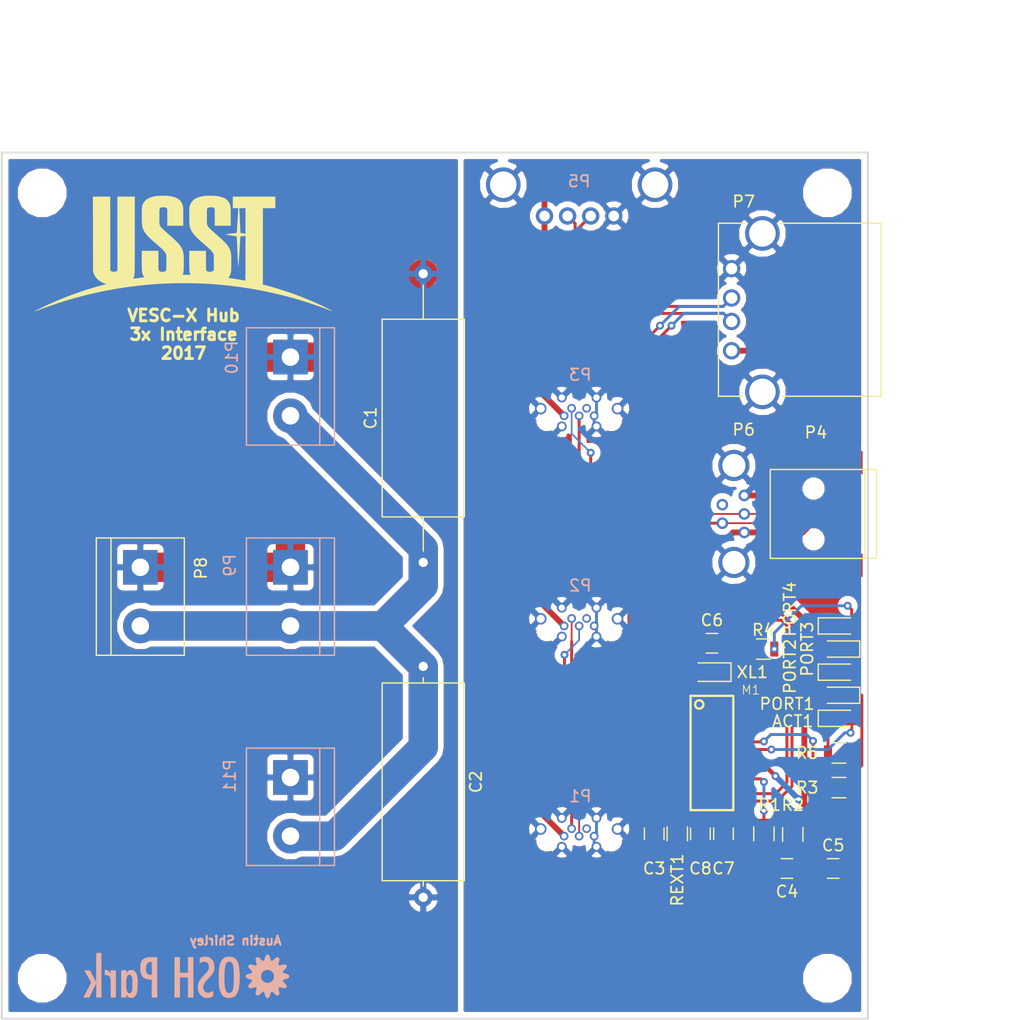
<source format=kicad_pcb>
(kicad_pcb (version 4) (host pcbnew 4.0.4-stable)
  (layers (0 F.Cu signal) (31 B.Cu signal) (34 B.Paste user) (35 F.Paste user) (36 B.SilkS user) (37 F.SilkS user) (38 B.Mask user) (39 F.Mask user) (44 Edge.Cuts user))
  (net 0 "")
  (net 1 "Net-(ACT1-Pad2)")
  (net 2 "Net-(ACT1-Pad1)")
  (net 3 +24V)
  (net 4 GND)
  (net 5 "Net-(C3-Pad1)")
  (net 6 GNDD)
  (net 7 +5V)
  (net 8 VDD)
  (net 9 "Net-(M1-Pad23)")
  (net 10 "Net-(M1-Pad24)")
  (net 11 "Net-(M1-Pad18)")
  (net 12 "Net-(M1-Pad3)")
  (net 13 "Net-(M1-Pad2)")
  (net 14 "Net-(M1-Pad14)")
  (net 15 "Net-(PORT1-Pad1)")
  (net 16 "Net-(PORT3-Pad1)")
  (net 17 /USB2_N)
  (net 18 /USB3_P)
  (net 19 /USB2_P)
  (net 20 /USB1_N)
  (net 21 /USB3_N)
  (net 22 /USB4_P)
  (net 23 /USB4_N)
  (net 24 /USB1_P)
  (net 25 /USBUP_P)
  (net 26 /USBUP_N)
  (module LEDs:LED_0805 (layer F.Cu) (at 122.5 99)
    (fp_text reference ACT1 (at -4 0.25) (layer F.SilkS))
    (fp_text value ~)
    (pad 2 smd rect (at 1.1 0 180) (size 1.2 1.2) (layers F.Cu F.Paste F.Mask) (net 1 "Net-(ACT1-Pad2)"))
    (pad 1 smd rect (at -1.1 0 180) (size 1.2 1.2) (layers F.Cu F.Paste F.Mask) (net 2 "Net-(ACT1-Pad1)"))
  )
  (module Capacitors_SMD:C_0805 (layer F.Cu) (at 106.5 109 270)
    (fp_text reference C3 (at 3 0 360) (layer F.SilkS))
    (fp_text value 10uF)
    (pad 1 smd rect (at -1 0 270) (size 1 1.25) (layers F.Cu F.Paste F.Mask) (net 5 "Net-(C3-Pad1)"))
    (pad 2 smd rect (at 1 0 270) (size 1 1.25) (layers F.Cu F.Paste F.Mask) (net 6 GNDD))
  )
  (module Capacitors_SMD:C_0805 (layer F.Cu) (at 118 112 180)
    (fp_text reference C4 (at 0 -2 180) (layer F.SilkS))
    (fp_text value 10uF)
    (pad 1 smd rect (at -1 0 180) (size 1 1.25) (layers F.Cu F.Paste F.Mask) (net 7 +5V))
    (pad 2 smd rect (at 1 0 180) (size 1 1.25) (layers F.Cu F.Paste F.Mask) (net 6 GNDD))
  )
  (module Capacitors_SMD:C_0805 (layer F.Cu) (at 122 112)
    (fp_text reference C5 (at 0 -2) (layer F.SilkS))
    (fp_text value 0.1uF)
    (pad 1 smd rect (at -1 0) (size 1 1.25) (layers F.Cu F.Paste F.Mask) (net 7 +5V))
    (pad 2 smd rect (at 1 0) (size 1 1.25) (layers F.Cu F.Paste F.Mask) (net 6 GNDD))
  )
  (module Capacitors_SMD:C_0805 (layer F.Cu) (at 111.5 92.5 180)
    (fp_text reference C6 (at 0 2 180) (layer F.SilkS))
    (fp_text value 0.1uF)
    (pad 1 smd rect (at -1 0 180) (size 1 1.25) (layers F.Cu F.Paste F.Mask) (net 5 "Net-(C3-Pad1)"))
    (pad 2 smd rect (at 1 0 180) (size 1 1.25) (layers F.Cu F.Paste F.Mask) (net 6 GNDD))
  )
  (module Capacitors_SMD:C_0805 (layer F.Cu) (at 112.5 109 270)
    (fp_text reference C7 (at 3 0 360) (layer F.SilkS))
    (fp_text value 10uF)
    (pad 1 smd rect (at -1 0 270) (size 1 1.25) (layers F.Cu F.Paste F.Mask) (net 8 VDD))
    (pad 2 smd rect (at 1 0 270) (size 1 1.25) (layers F.Cu F.Paste F.Mask) (net 6 GNDD))
  )
  (module Capacitors_SMD:C_0805 (layer F.Cu) (at 110.5 109 270)
    (fp_text reference C8 (at 3 0 360) (layer F.SilkS))
    (fp_text value 0.1uF)
    (pad 1 smd rect (at -1 0 270) (size 1 1.25) (layers F.Cu F.Paste F.Mask) (net 8 VDD))
    (pad 2 smd rect (at 1 0 270) (size 1 1.25) (layers F.Cu F.Paste F.Mask) (net 6 GNDD))
  )
  (module USST-footprints:FE1.1S_SSOP-28 (layer F.Cu) (at 111.5 102 270)
    (fp_text reference M1 (at -5 -2.5 540) (layer F.SilkS) (effects (font (size 0.77216 0.77216) (thickness 0.077216)) (justify left bottom)))
    (fp_text value FE1.1S hide)
    (pad 21 smd rect (at 0.32 -2.7 270) (size 0.35 1.5) (layers F.Cu F.Paste F.Mask) (net 8 VDD))
    (pad 8 smd rect (at 0.32 2.7 270) (size 0.35 1.5) (layers F.Cu F.Paste F.Mask) (net 21 /USB3_N))
    (pad 22 smd rect (at -0.3 -2.7 270) (size 0.35 1.5) (layers F.Cu F.Paste F.Mask) (net 1 "Net-(ACT1-Pad2)"))
    (pad 7 smd rect (at -0.32 2.7 270) (size 0.35 1.5) (layers F.Cu F.Paste F.Mask) (net 19 /USB2_P))
    (pad 9 smd rect (at 0.96 2.7 270) (size 0.35 1.5) (layers F.Cu F.Paste F.Mask) (net 18 /USB3_P))
    (pad 20 smd rect (at 0.96 -2.7 270) (size 0.35 1.5) (layers F.Cu F.Paste F.Mask) (net 7 +5V))
    (pad 19 smd rect (at 1.6 -2.7 270) (size 0.35 1.5) (layers F.Cu F.Paste F.Mask) (net 8 VDD))
    (pad 10 smd rect (at 1.6 2.7 270) (size 0.35 1.5) (layers F.Cu F.Paste F.Mask) (net 23 /USB4_N))
    (pad 6 smd rect (at -0.96 2.7 270) (size 0.35 1.5) (layers F.Cu F.Paste F.Mask) (net 17 /USB2_N))
    (pad 5 smd rect (at -1.6 2.7 270) (size 0.35 1.5) (layers F.Cu F.Paste F.Mask) (net 24 /USB1_P))
    (pad 23 smd rect (at -0.96 -2.7 270) (size 0.35 1.5) (layers F.Cu F.Paste F.Mask) (net 9 "Net-(M1-Pad23)"))
    (pad 24 smd rect (at -1.6 -2.7 270) (size 0.35 1.5) (layers F.Cu F.Paste F.Mask) (net 10 "Net-(M1-Pad24)"))
    (pad 18 smd rect (at 2.24 -2.7 270) (size 0.35 1.5) (layers F.Cu F.Paste F.Mask) (net 11 "Net-(M1-Pad18)"))
    (pad 25 smd rect (at -2.24 -2.7 270) (size 0.35 1.5) (layers F.Cu F.Paste F.Mask))
    (pad 4 smd rect (at -2.24 2.7 270) (size 0.35 1.5) (layers F.Cu F.Paste F.Mask) (net 20 /USB1_N))
    (pad 11 smd rect (at 2.24 2.7 270) (size 0.35 1.5) (layers F.Cu F.Paste F.Mask) (net 22 /USB4_P))
    (pad 17 smd rect (at 2.88 -2.7 270) (size 0.35 1.5) (layers F.Cu F.Paste F.Mask) (net 8 VDD))
    (pad 12 smd rect (at 2.88 2.7 270) (size 0.35 1.5) (layers F.Cu F.Paste F.Mask) (net 5 "Net-(C3-Pad1)"))
    (pad 3 smd rect (at -2.88 2.7 270) (size 0.35 1.5) (layers F.Cu F.Paste F.Mask) (net 12 "Net-(M1-Pad3)"))
    (pad 26 smd rect (at -2.88 -2.7 270) (size 0.35 1.5) (layers F.Cu F.Paste F.Mask) (net 8 VDD))
    (pad 27 smd rect (at -3.52 -2.7 270) (size 0.35 1.5) (layers F.Cu F.Paste F.Mask))
    (pad 2 smd rect (at -3.52 2.7 270) (size 0.35 1.5) (layers F.Cu F.Paste F.Mask) (net 13 "Net-(M1-Pad2)"))
    (pad 13 smd rect (at 3.52 2.7 270) (size 0.35 1.5) (layers F.Cu F.Paste F.Mask) (net 8 VDD))
    (pad 16 smd rect (at 3.52 -2.7 270) (size 0.35 1.5) (layers F.Cu F.Paste F.Mask) (net 25 /USBUP_P))
    (pad 15 smd rect (at 4.16 -2.7 270) (size 0.35 1.5) (layers F.Cu F.Paste F.Mask) (net 26 /USBUP_N))
    (pad 14 smd rect (at 4.16 2.7 270) (size 0.35 1.5) (layers F.Cu F.Paste F.Mask) (net 14 "Net-(M1-Pad14)"))
    (pad 1 smd rect (at -4.16 2.7 270) (size 0.35 1.5) (layers F.Cu F.Paste F.Mask) (net 6 GNDD))
    (pad 28 smd rect (at -4.16 -2.7 270) (size 0.35 1.5) (layers F.Cu F.Paste F.Mask) (net 5 "Net-(C3-Pad1)"))
  )
  (module Connect:bornier2 (layer F.Cu) (at 62 85.92 270)
    (fp_text reference P8 (at 0.08 -5.25 270) (layer F.SilkS))
    (fp_text value POWER_IN)
    (pad 1 thru_hole rect (at 0 0 270) (size 3 3) (drill 1.52) (layers *.Cu *.Mask) (net 4 GND))
    (pad 2 thru_hole circle (at 5.08 0 270) (size 3 3) (drill 1.52) (layers *.Cu *.Mask) (net 3 +24V))
  )
  (module Connect:bornier2 (layer B.Cu) (at 75 85.92 270)
    (fp_text reference P9 (at -0.17 5.25 270) (layer B.SilkS) (effects (justify mirror)))
    (fp_text value M1)
    (pad 1 thru_hole rect (at 0 0 270) (size 3 3) (drill 1.52) (layers *.Cu *.Mask) (net 4 GND))
    (pad 2 thru_hole circle (at 5.08 0 270) (size 3 3) (drill 1.52) (layers *.Cu *.Mask) (net 3 +24V))
  )
  (module Connect:bornier2 (layer B.Cu) (at 75 67.72 270)
    (fp_text reference P10 (at 0.03 5.08 270) (layer B.SilkS) (effects (justify mirror)))
    (fp_text value M2)
    (pad 1 thru_hole rect (at 0 0 270) (size 3 3) (drill 1.52) (layers *.Cu *.Mask) (net 4 GND))
    (pad 2 thru_hole circle (at 5.08 0 270) (size 3 3) (drill 1.52) (layers *.Cu *.Mask) (net 3 +24V))
  )
  (module Connect:bornier2 (layer B.Cu) (at 75 104.12 270)
    (fp_text reference P11 (at -0.12 5.25 270) (layer B.SilkS) (effects (justify mirror)))
    (fp_text value M3)
    (pad 1 thru_hole rect (at 0 0 270) (size 3 3) (drill 1.52) (layers *.Cu *.Mask) (net 4 GND))
    (pad 2 thru_hole circle (at 5.08 0 270) (size 3 3) (drill 1.52) (layers *.Cu *.Mask) (net 3 +24V))
  )
  (module LEDs:LED_0805 (layer F.Cu) (at 122.5 97 180)
    (fp_text reference PORT1 (at 4.5 -0.75 180) (layer F.SilkS))
    (fp_text value ~)
    (pad 2 smd rect (at 1.1 0) (size 1.2 1.2) (layers F.Cu F.Paste F.Mask) (net 1 "Net-(ACT1-Pad2)"))
    (pad 1 smd rect (at -1.1 0) (size 1.2 1.2) (layers F.Cu F.Paste F.Mask) (net 15 "Net-(PORT1-Pad1)"))
  )
  (module LEDs:LED_0805 (layer F.Cu) (at 122.5 95)
    (fp_text reference PORT2 (at -4.25 -0.5 90) (layer F.SilkS))
    (fp_text value ~)
    (pad 2 smd rect (at 1.1 0 180) (size 1.2 1.2) (layers F.Cu F.Paste F.Mask) (net 15 "Net-(PORT1-Pad1)"))
    (pad 1 smd rect (at -1.1 0 180) (size 1.2 1.2) (layers F.Cu F.Paste F.Mask) (net 1 "Net-(ACT1-Pad2)"))
  )
  (module LEDs:LED_0805 (layer F.Cu) (at 122.5 93 180)
    (fp_text reference PORT3 (at 2.75 0 270) (layer F.SilkS))
    (fp_text value ~)
    (pad 2 smd rect (at 1.1 0) (size 1.2 1.2) (layers F.Cu F.Paste F.Mask) (net 1 "Net-(ACT1-Pad2)"))
    (pad 1 smd rect (at -1.1 0) (size 1.2 1.2) (layers F.Cu F.Paste F.Mask) (net 16 "Net-(PORT3-Pad1)"))
  )
  (module LEDs:LED_0805 (layer F.Cu) (at 122.5 91)
    (fp_text reference PORT4 (at -4.25 -1.45 270) (layer F.SilkS))
    (fp_text value ~)
    (pad 2 smd rect (at 1.1 0 180) (size 1.2 1.2) (layers F.Cu F.Paste F.Mask) (net 16 "Net-(PORT3-Pad1)"))
    (pad 1 smd rect (at -1.1 0 180) (size 1.2 1.2) (layers F.Cu F.Paste F.Mask) (net 1 "Net-(ACT1-Pad2)"))
  )
  (module Resistors_SMD:R_0805 (layer F.Cu) (at 116 109 270)
    (fp_text reference R1 (at -2.5 -0.5 360) (layer F.SilkS))
    (fp_text value 100K)
    (pad 1 smd rect (at -0.95 0 270) (size 0.7 1.3) (layers F.Cu F.Paste F.Mask) (net 11 "Net-(M1-Pad18)"))
    (pad 2 smd rect (at 0.95 0 270) (size 0.7 1.3) (layers F.Cu F.Paste F.Mask) (net 6 GNDD))
  )
  (module Resistors_SMD:R_0805 (layer F.Cu) (at 118.5 109.05 90)
    (fp_text reference R2 (at 2.55 0 180) (layer F.SilkS))
    (fp_text value 47K)
    (pad 1 smd rect (at -0.95 0 90) (size 0.7 1.3) (layers F.Cu F.Paste F.Mask) (net 7 +5V))
    (pad 2 smd rect (at 0.95 0 90) (size 0.7 1.3) (layers F.Cu F.Paste F.Mask) (net 11 "Net-(M1-Pad18)"))
  )
  (module Resistors_SMD:R_0805 (layer F.Cu) (at 122.5 105)
    (fp_text reference R3 (at -2.75 0) (layer F.SilkS))
    (fp_text value 330)
    (pad 1 smd rect (at -0.95 0) (size 0.7 1.3) (layers F.Cu F.Paste F.Mask) (net 9 "Net-(M1-Pad23)"))
    (pad 2 smd rect (at 0.95 0) (size 0.7 1.3) (layers F.Cu F.Paste F.Mask) (net 15 "Net-(PORT1-Pad1)"))
  )
  (module Resistors_SMD:R_0805 (layer F.Cu) (at 115.95 93)
    (fp_text reference R4 (at 0 -1.65) (layer F.SilkS))
    (fp_text value 330)
    (pad 1 smd rect (at -0.95 0) (size 0.7 1.3) (layers F.Cu F.Paste F.Mask) (net 10 "Net-(M1-Pad24)"))
    (pad 2 smd rect (at 0.95 0) (size 0.7 1.3) (layers F.Cu F.Paste F.Mask) (net 16 "Net-(PORT3-Pad1)"))
  )
  (module Resistors_SMD:R_0805 (layer F.Cu) (at 122.5 102)
    (fp_text reference R5 (at -2.75 0) (layer F.SilkS))
    (fp_text value 330)
    (pad 1 smd rect (at -0.95 0) (size 0.7 1.3) (layers F.Cu F.Paste F.Mask) (net 2 "Net-(ACT1-Pad1)"))
    (pad 2 smd rect (at 0.95 0) (size 0.7 1.3) (layers F.Cu F.Paste F.Mask) (net 6 GNDD))
  )
  (module Resistors_SMD:R_0805 (layer F.Cu) (at 108.5 109 90)
    (fp_text reference REXT1 (at -4 0 270) (layer F.SilkS))
    (fp_text value 2.7K)
    (pad 1 smd rect (at -0.95 0 90) (size 0.7 1.3) (layers F.Cu F.Paste F.Mask) (net 6 GNDD))
    (pad 2 smd rect (at 0.95 0 90) (size 0.7 1.3) (layers F.Cu F.Paste F.Mask) (net 14 "Net-(M1-Pad14)"))
  )
  (module USST-footprints:USB3150_Micro_Vertical (layer B.Cu) (at 100 109.2)
    (fp_text reference P1 (at 0.095 -3.45) (layer B.SilkS) (effects (justify mirror)))
    (fp_text value USB_OTG_M1)
    (pad 3 thru_hole circle (at 0 0) (size 0.75 0.75) (drill 0.45) (layers *.Cu *.Mask) (net 22 /USB4_P))
    (pad 2 thru_hole circle (at -0.65 -0.65) (size 0.75 0.75) (drill 0.45) (layers *.Cu *.Mask) (net 23 /USB4_N))
    (pad 1 thru_hole circle (at -1.3 0) (size 0.75 0.75) (drill 0.45) (layers *.Cu *.Mask) (net 7 +5V))
    (pad 4 thru_hole circle (at 0.65 -0.65) (size 0.75 0.75) (drill 0.45) (layers *.Cu *.Mask))
    (pad 5 thru_hole circle (at 1.3 0) (size 0.75 0.75) (drill 0.45) (layers *.Cu *.Mask) (net 6 GNDD))
    (pad "" np_thru_hole circle (at 2.8 0.42) (size 0.8 0.8) (drill 0.8) (layers *.Cu *.Mask))
    (pad "" np_thru_hole circle (at -2.8 0.42) (size 0.8 0.8) (drill 0.8) (layers *.Cu *.Mask))
    (pad 6 thru_hole circle (at -1.5 -1.58) (size 0.85 0.85) (drill 0.55) (layers *.Cu *.Mask) (net 6 GNDD))
    (pad 6 thru_hole circle (at 1.5 -1.58) (size 0.85 0.85) (drill 0.55) (layers *.Cu *.Mask) (net 6 GNDD))
    (pad 6 thru_hole circle (at 1.5 0.92) (size 0.85 0.85) (drill 0.55) (layers *.Cu *.Mask) (net 6 GNDD))
    (pad 6 thru_hole circle (at -1.5 0.92) (size 0.85 0.85) (drill 0.55) (layers *.Cu *.Mask) (net 6 GNDD))
    (pad 6 thru_hole circle (at -3.325 -0.62) (size 1 1) (drill 0.7) (layers *.Cu *.Mask) (net 6 GNDD))
    (pad 6 thru_hole circle (at 3.325 -0.62) (size 1 1) (drill 0.7) (layers *.Cu *.Mask) (net 6 GNDD))
  )
  (module USST-footprints:USB3150_Micro_Vertical (layer B.Cu) (at 100 91)
    (fp_text reference P2 (at 0.095 -3.5) (layer B.SilkS) (effects (justify mirror)))
    (fp_text value USB_OTG_M2)
    (pad 3 thru_hole circle (at 0 0) (size 0.75 0.75) (drill 0.45) (layers *.Cu *.Mask) (net 18 /USB3_P))
    (pad 2 thru_hole circle (at -0.65 -0.65) (size 0.75 0.75) (drill 0.45) (layers *.Cu *.Mask) (net 21 /USB3_N))
    (pad 1 thru_hole circle (at -1.3 0) (size 0.75 0.75) (drill 0.45) (layers *.Cu *.Mask) (net 7 +5V))
    (pad 4 thru_hole circle (at 0.65 -0.65) (size 0.75 0.75) (drill 0.45) (layers *.Cu *.Mask))
    (pad 5 thru_hole circle (at 1.3 0) (size 0.75 0.75) (drill 0.45) (layers *.Cu *.Mask) (net 6 GNDD))
    (pad "" np_thru_hole circle (at 2.8 0.42) (size 0.8 0.8) (drill 0.8) (layers *.Cu *.Mask))
    (pad "" np_thru_hole circle (at -2.8 0.42) (size 0.8 0.8) (drill 0.8) (layers *.Cu *.Mask))
    (pad 6 thru_hole circle (at -1.5 -1.58) (size 0.85 0.85) (drill 0.55) (layers *.Cu *.Mask) (net 6 GNDD))
    (pad 6 thru_hole circle (at 1.5 -1.58) (size 0.85 0.85) (drill 0.55) (layers *.Cu *.Mask) (net 6 GNDD))
    (pad 6 thru_hole circle (at 1.5 0.92) (size 0.85 0.85) (drill 0.55) (layers *.Cu *.Mask) (net 6 GNDD))
    (pad 6 thru_hole circle (at -1.5 0.92) (size 0.85 0.85) (drill 0.55) (layers *.Cu *.Mask) (net 6 GNDD))
    (pad 6 thru_hole circle (at -3.325 -0.62) (size 1 1) (drill 0.7) (layers *.Cu *.Mask) (net 6 GNDD))
    (pad 6 thru_hole circle (at 3.325 -0.62) (size 1 1) (drill 0.7) (layers *.Cu *.Mask) (net 6 GNDD))
  )
  (module USST-footprints:USB3150_Micro_Vertical (layer B.Cu) (at 100 72.8)
    (fp_text reference P3 (at 0.095 -3.55) (layer B.SilkS) (effects (justify mirror)))
    (fp_text value USB_OTG_M3)
    (pad 3 thru_hole circle (at 0 0) (size 0.75 0.75) (drill 0.45) (layers *.Cu *.Mask) (net 19 /USB2_P))
    (pad 2 thru_hole circle (at -0.65 -0.65) (size 0.75 0.75) (drill 0.45) (layers *.Cu *.Mask) (net 17 /USB2_N))
    (pad 1 thru_hole circle (at -1.3 0) (size 0.75 0.75) (drill 0.45) (layers *.Cu *.Mask) (net 7 +5V))
    (pad 4 thru_hole circle (at 0.65 -0.65) (size 0.75 0.75) (drill 0.45) (layers *.Cu *.Mask))
    (pad 5 thru_hole circle (at 1.3 0) (size 0.75 0.75) (drill 0.45) (layers *.Cu *.Mask) (net 6 GNDD))
    (pad "" np_thru_hole circle (at 2.8 0.42) (size 0.8 0.8) (drill 0.8) (layers *.Cu *.Mask))
    (pad "" np_thru_hole circle (at -2.8 0.42) (size 0.8 0.8) (drill 0.8) (layers *.Cu *.Mask))
    (pad 6 thru_hole circle (at -1.5 -1.58) (size 0.85 0.85) (drill 0.55) (layers *.Cu *.Mask) (net 6 GNDD))
    (pad 6 thru_hole circle (at 1.5 -1.58) (size 0.85 0.85) (drill 0.55) (layers *.Cu *.Mask) (net 6 GNDD))
    (pad 6 thru_hole circle (at 1.5 0.92) (size 0.85 0.85) (drill 0.55) (layers *.Cu *.Mask) (net 6 GNDD))
    (pad 6 thru_hole circle (at -1.5 0.92) (size 0.85 0.85) (drill 0.55) (layers *.Cu *.Mask) (net 6 GNDD))
    (pad 6 thru_hole circle (at -3.325 -0.62) (size 1 1) (drill 0.7) (layers *.Cu *.Mask) (net 6 GNDD))
    (pad 6 thru_hole circle (at 3.325 -0.62) (size 1 1) (drill 0.7) (layers *.Cu *.Mask) (net 6 GNDD))
  )
  (module USST-footprints:WRCOM_USB_A_VERT (layer B.Cu) (at 100 55.5)
    (fp_text reference P5 (at 0 -3) (layer B.SilkS) (effects (justify mirror)))
    (fp_text value USB_DS)
    (pad 2 thru_hole circle (at -1 0) (size 1.5 1.5) (drill 0.92) (layers *.Cu *.Mask) (net 20 /USB1_N))
    (pad 3 thru_hole circle (at 1 0) (size 1.5 1.5) (drill 0.92) (layers *.Cu *.Mask) (net 24 /USB1_P))
    (pad 4 thru_hole circle (at 3 0) (size 1.5 1.5) (drill 0.92) (layers *.Cu *.Mask) (net 6 GNDD))
    (pad 1 thru_hole circle (at -3 0) (size 1.5 1.5) (drill 0.92) (layers *.Cu *.Mask) (net 7 +5V))
    (pad 5 thru_hole circle (at -6.57 -2.71) (size 3 3) (drill 2.3) (layers *.Cu *.Mask) (net 6 GNDD))
    (pad 5 thru_hole circle (at 6.57 -2.71) (size 3 3) (drill 2.3) (layers *.Cu *.Mask) (net 6 GNDD))
  )
  (module USST-footprints:WRCOM_MINI_USB_VERT (layer F.Cu) (at 114.3 81.3 90)
    (fp_text reference P6 (at 7.3 -0.05 180) (layer F.SilkS))
    (fp_text value USB_OTG_UP)
    (pad 3 thru_hole circle (at 0 0 90) (size 1 1) (drill 0.6) (layers *.Cu *.Mask) (net 25 /USBUP_P))
    (pad 5 thru_hole circle (at 1.6 0 90) (size 1 1) (drill 0.6) (layers *.Cu *.Mask) (net 6 GNDD))
    (pad 1 thru_hole circle (at -1.6 0 90) (size 1 1) (drill 0.6) (layers *.Cu *.Mask) (net 7 +5V))
    (pad 2 thru_hole circle (at -0.8 -1.9 90) (size 1 1) (drill 0.6) (layers *.Cu *.Mask) (net 26 /USBUP_N))
    (pad 4 thru_hole circle (at 0.8 -1.9 90) (size 1 1) (drill 0.6) (layers *.Cu *.Mask))
    (pad 6 thru_hole circle (at 4.2 -0.9 90) (size 2.7 2.7) (drill 2) (layers *.Cu *.Mask) (net 6 GNDD))
    (pad 6 thru_hole circle (at -4.2 -0.9 90) (size 2.7 2.7) (drill 2) (layers *.Cu *.Mask) (net 6 GNDD))
  )
  (module Connect:USB_A (layer F.Cu) (at 113.2 67.17 90)
    (fp_text reference P7 (at 12.92 1.05 180) (layer F.SilkS))
    (fp_text value USB_DS)
    (pad 4 thru_hole circle (at 7.11 0) (size 1.5 1.5) (drill 1) (layers *.Cu *.Mask) (net 6 GNDD))
    (pad 3 thru_hole circle (at 4.57 0) (size 1.5 1.5) (drill 1) (layers *.Cu *.Mask) (net 24 /USB1_P))
    (pad 2 thru_hole circle (at 2.54 0) (size 1.5 1.5) (drill 1) (layers *.Cu *.Mask) (net 20 /USB1_N))
    (pad 1 thru_hole circle (at 0 0) (size 1.5 1.5) (drill 1) (layers *.Cu *.Mask) (net 7 +5V))
    (pad 5 thru_hole circle (at 10.16 2.67) (size 3 3) (drill 2.3) (layers *.Cu *.Mask) (net 6 GNDD))
    (pad 5 thru_hole circle (at -3.56 2.67) (size 3 3) (drill 2.3) (layers *.Cu *.Mask) (net 6 GNDD))
  )
  (module Connect:USB_Mini-B (layer F.Cu) (at 120.5 81.3 180)
    (fp_text reference P4 (at 0 7.05 180) (layer F.SilkS))
    (fp_text value USB_OTG_UP)
    (pad 1 smd rect (at 2.8 -1.6 180) (size 2.3 0.5) (layers F.Cu F.Paste F.Mask) (net 7 +5V))
    (pad 2 smd rect (at 2.8 -0.8 180) (size 2.3 0.5) (layers F.Cu F.Paste F.Mask) (net 26 /USBUP_N))
    (pad 3 smd rect (at 2.8 0 180) (size 2.3 0.5) (layers F.Cu F.Paste F.Mask) (net 25 /USBUP_P))
    (pad 4 smd rect (at 2.8 0.8 180) (size 2.3 0.5) (layers F.Cu F.Paste F.Mask))
    (pad 5 smd rect (at 2.8 1.6 180) (size 2.3 0.5) (layers F.Cu F.Paste F.Mask) (net 6 GNDD))
    (pad 6 smd rect (at 2.7 -4.45 180) (size 2.5 2) (layers F.Cu F.Paste F.Mask) (net 6 GNDD))
    (pad 6 smd rect (at -2.8 -4.45 180) (size 2.5 2) (layers F.Cu F.Paste F.Mask) (net 6 GNDD))
    (pad 6 smd rect (at 2.7 4.45 180) (size 2.5 2) (layers F.Cu F.Paste F.Mask) (net 6 GNDD))
    (pad 6 smd rect (at -2.8 4.45 180) (size 2.5 2) (layers F.Cu F.Paste F.Mask) (net 6 GNDD))
    (pad "" np_thru_hole circle (at 0.2 -2.2 180) (size 0.9 0.9) (drill 0.9) (layers *.Cu *.Mask))
    (pad "" np_thru_hole circle (at 0.2 2.2 180) (size 0.9 0.9) (drill 0.9) (layers *.Cu *.Mask))
  )
  (module Capacitors_ThroughHole:C_Axial_L17.0mm_D7.0mm_P25.00mm_Horizontal (layer F.Cu) (at 86.5 85.5 90)
    (fp_text reference C1 (at 12.5 -4.56 90) (layer F.SilkS))
    (fp_text value 2000u)
    (pad 1 thru_hole circle (at 0 0 90) (size 1.6 1.6) (drill 0.8) (layers *.Cu *.Mask) (net 3 +24V))
    (pad 2 thru_hole oval (at 25 0 90) (size 1.6 1.6) (drill 0.8) (layers *.Cu *.Mask) (net 4 GND))
  )
  (module Capacitors_ThroughHole:C_Axial_L17.0mm_D7.0mm_P20.00mm_Horizontal (layer F.Cu) (at 86.5 94.5 270)
    (fp_text reference C2 (at 10 -4.56 270) (layer F.SilkS))
    (fp_text value 2000u)
    (pad 1 thru_hole circle (at 0 0 270) (size 1.6 1.6) (drill 0.8) (layers *.Cu *.Mask) (net 3 +24V))
    (pad 2 thru_hole oval (at 20 0 270) (size 1.6 1.6) (drill 0.8) (layers *.Cu *.Mask) (net 4 GND))
  )
  (module Crystals:Crystal_SMD_2012-2pin_2.0x1.2mm_HandSoldering (layer F.Cu) (at 111.5 95 180)
    (fp_text reference XL1 (at -3.5 0 180) (layer F.SilkS))
    (fp_text value 12MHz)
    (pad 1 smd rect (at -0.925 0 180) (size 1.05 1.1) (layers F.Cu F.Paste F.Mask) (net 12 "Net-(M1-Pad3)"))
    (pad 2 smd rect (at 0.925 0 180) (size 1.05 1.1) (layers F.Cu F.Paste F.Mask) (net 13 "Net-(M1-Pad2)"))
  )
  (module Mounting_Holes:MountingHole_3.2mm_M3 (layer F.Cu) (at 53.5 53.5)
    (fp_text reference REF** hide)
    (fp_text value MountingHole_3.2mm_M3)
    (pad 1 np_thru_hole circle (at 0 0) (size 3.2 3.2) (drill 3.2) (layers *.Cu *.Mask))
  )
  (module Mounting_Holes:MountingHole_3.2mm_M3 (layer F.Cu) (at 121.5 53.5)
    (fp_text reference REF** hide)
    (fp_text value MountingHole_3.2mm_M3)
    (pad 1 np_thru_hole circle (at 0 0) (size 3.2 3.2) (drill 3.2) (layers *.Cu *.Mask))
  )
  (module Mounting_Holes:MountingHole_3.2mm_M3 (layer F.Cu) (at 121.5 121.5)
    (fp_text reference REF** hide)
    (fp_text value MountingHole_3.2mm_M3)
    (pad 1 np_thru_hole circle (at 0 0) (size 3.2 3.2) (drill 3.2) (layers *.Cu *.Mask))
  )
  (module Mounting_Holes:MountingHole_3.2mm_M3 (layer F.Cu) (at 53.5 121.5)
    (fp_text reference REF** hide)
    (fp_text value MountingHole_3.2mm_M3)
    (pad 1 np_thru_hole circle (at 0 0) (size 3.2 3.2) (drill 3.2) (layers *.Cu *.Mask))
  )
  (module USST-footprints:USSTLOGO (layer F.Cu) (at 65.75 58.75)
    (fp_text reference G*** hide)
    (fp_text value LOGO hide)
  )
  (module USST-footprints:OSH_PARK_LOGO_SM (layer B.Cu) (at 66 121.5 180)
    (fp_text reference G*** hide)
    (fp_text value LOGO hide)
  )
  (gr_text "Austin Shirley" (at 70.25 118.25) (layer B.SilkS) (effects (font (size 0.762 0.762) (thickness 0.1905)) (justify mirror)))
  (gr_text "VESC-X Hub\n3x Interface\n2017" (at 65.75 65.75) (layer F.SilkS) (effects (font (size 1.016 1.016) (thickness 0.254))))
  (gr_line (start 50 125) (end 50 50) (layer Edge.Cuts) (width 0.15))
  (gr_line (start 125 125) (end 50 125) (layer Edge.Cuts) (width 0.15))
  (gr_line (start 125 50) (end 125 125) (layer Edge.Cuts) (width 0.15))
  (gr_line (start 50 50) (end 125 50) (layer Edge.Cuts) (width 0.15))
  (segment (start 123.6 99) (end 123.6 100.15) (width 0.254) (layer F.Cu) (net 1))
  (segment (start 123.6 100.15) (end 123.5 100.25) (width 0.254) (layer F.Cu) (net 1))
  (segment (start 121.55 101.7) (end 123 100.25) (width 0.254) (layer B.Cu) (net 1))
  (segment (start 123 100.25) (end 123.5 100.25) (width 0.254) (layer B.Cu) (net 1))
  (via (at 123.5 100.25) (size 0.6858) (drill 0.3302) (layers F.Cu B.Cu) (net 1))
  (segment (start 116.644398 101.7) (end 121.55 101.7) (width 0.254) (layer B.Cu) (net 1))
  (via (at 116.644398 101.7) (size 0.6858) (drill 0.3302) (layers F.Cu B.Cu) (net 1))
  (segment (start 121.4 97) (end 121.6 97) (width 0.254) (layer F.Cu) (net 1))
  (segment (start 121.6 97) (end 123.6 99) (width 0.254) (layer F.Cu) (net 1))
  (segment (start 121.4 95) (end 121.4 97) (width 0.254) (layer F.Cu) (net 1))
  (segment (start 114.2 101.7) (end 116.644398 101.7) (width 0.254) (layer F.Cu) (net 1))
  (segment (start 121.4 95) (end 121.6 95) (width 0.254) (layer F.Cu) (net 1))
  (segment (start 121.4 93) (end 121.4 95) (width 0.254) (layer F.Cu) (net 1))
  (segment (start 121.4 91) (end 121.4 93) (width 0.254) (layer F.Cu) (net 1))
  (segment (start 121.4 100.4) (end 121.55 100.55) (width 0.254) (layer F.Cu) (net 2))
  (segment (start 121.55 100.55) (end 121.55 102) (width 0.254) (layer F.Cu) (net 2))
  (segment (start 121.4 99) (end 121.4 100.4) (width 0.254) (layer F.Cu) (net 2))
  (segment (start 86.5 94.5) (end 86.5 101.5) (width 2.54) (layer F.Cu) (net 3))
  (segment (start 86.5 101.5) (end 78.8 109.2) (width 2.54) (layer F.Cu) (net 3))
  (segment (start 78.8 109.2) (end 75 109.2) (width 2.54) (layer F.Cu) (net 3))
  (segment (start 75 91) (end 62 91) (width 2.54) (layer F.Cu) (net 3))
  (segment (start 86.5 85.5) (end 86.5 84.3) (width 2.54) (layer F.Cu) (net 3))
  (segment (start 86.5 84.3) (end 75 72.8) (width 2.54) (layer F.Cu) (net 3))
  (segment (start 86.5 101.5) (end 86.5 94.5) (width 2.54) (layer B.Cu) (net 3))
  (segment (start 78.8 109.2) (end 86.5 101.5) (width 2.54) (layer B.Cu) (net 3))
  (segment (start 75 109.2) (end 78.8 109.2) (width 2.54) (layer B.Cu) (net 3))
  (segment (start 86.5 84.3) (end 75 72.8) (width 2.54) (layer B.Cu) (net 3))
  (segment (start 86.5 85.5) (end 86.5 84.3) (width 2.54) (layer B.Cu) (net 3))
  (segment (start 75 91) (end 82.999364 91) (width 2.54) (layer B.Cu) (net 3))
  (segment (start 82.999364 91) (end 86.5 87.499364) (width 2.54) (layer B.Cu) (net 3))
  (segment (start 86.5 87.499364) (end 86.5 85.5) (width 2.54) (layer B.Cu) (net 3))
  (segment (start 75 91) (end 83 91) (width 2.54) (layer B.Cu) (net 3))
  (segment (start 83 91) (end 86.5 94.5) (width 2.54) (layer B.Cu) (net 3))
  (segment (start 62 91) (end 75 91) (width 2.54) (layer B.Cu) (net 3))
  (segment (start 86.5 85.5) (end 86.5 87.5) (width 2.54) (layer F.Cu) (net 3))
  (segment (start 86.5 87.5) (end 83 91) (width 2.54) (layer F.Cu) (net 3))
  (segment (start 75 91) (end 83 91) (width 2.54) (layer F.Cu) (net 3))
  (segment (start 83 91) (end 86.5 94.5) (width 2.54) (layer F.Cu) (net 3))
  (segment (start 75 67.72) (end 71.920581 67.72) (width 2.54) (layer F.Cu) (net 4))
  (segment (start 71.920581 67.72) (end 70 69.640581) (width 2.54) (layer F.Cu) (net 4))
  (segment (start 70 76.88) (end 75 81.88) (width 2.54) (layer F.Cu) (net 4))
  (segment (start 70 69.640581) (end 70 76.88) (width 2.54) (layer F.Cu) (net 4))
  (segment (start 75 81.88) (end 75 85.92) (width 2.54) (layer F.Cu) (net 4))
  (segment (start 62 85.92) (end 75 85.92) (width 2.54) (layer F.Cu) (net 4))
  (segment (start 75 67.72) (end 79.28 67.72) (width 2.54) (layer F.Cu) (net 4))
  (segment (start 79.28 67.72) (end 86.5 60.5) (width 2.54) (layer F.Cu) (net 4))
  (segment (start 111 99.5) (end 112.66 97.84) (width 0.254) (layer F.Cu) (net 5))
  (segment (start 112.66 97.84) (end 114.2 97.84) (width 0.254) (layer F.Cu) (net 5))
  (segment (start 111 103.684) (end 111 99.5) (width 0.254) (layer F.Cu) (net 5))
  (segment (start 108.8 104.88) (end 109.804 104.88) (width 0.254) (layer F.Cu) (net 5))
  (segment (start 109.804 104.88) (end 111 103.684) (width 0.254) (layer F.Cu) (net 5))
  (segment (start 114.2 97.84) (end 114.2 94.193575) (width 0.254) (layer F.Cu) (net 5))
  (segment (start 114.2 94.193575) (end 112.506425 92.5) (width 0.254) (layer F.Cu) (net 5))
  (segment (start 112.506425 92.5) (end 112.5 92.5) (width 0.254) (layer F.Cu) (net 5))
  (segment (start 107.62 104.88) (end 106.5 106) (width 0.254) (layer F.Cu) (net 5))
  (segment (start 106.5 106) (end 106.5 108) (width 0.254) (layer F.Cu) (net 5))
  (segment (start 107.62 104.88) (end 108.8 104.88) (width 0.254) (layer F.Cu) (net 5))
  (segment (start 101.5 71.22) (end 101.5 72.6) (width 0.254) (layer B.Cu) (net 6))
  (segment (start 101.5 72.6) (end 101.3 72.8) (width 0.254) (layer B.Cu) (net 6))
  (segment (start 101.3 72.8) (end 101.3 73.52) (width 0.254) (layer B.Cu) (net 6))
  (segment (start 101.3 73.52) (end 101.5 73.72) (width 0.254) (layer B.Cu) (net 6))
  (segment (start 101.5 89.42) (end 101.5 90.8) (width 0.254) (layer B.Cu) (net 6))
  (segment (start 101.5 90.8) (end 101.3 91) (width 0.254) (layer B.Cu) (net 6))
  (segment (start 101.5 91.92) (end 101.5 91.2) (width 0.254) (layer B.Cu) (net 6))
  (segment (start 101.5 91.2) (end 101.3 91) (width 0.254) (layer B.Cu) (net 6))
  (segment (start 101.3 109.2) (end 101.5 109) (width 0.254) (layer B.Cu) (net 6))
  (segment (start 101.5 109) (end 101.5 107.62) (width 0.254) (layer B.Cu) (net 6))
  (segment (start 101.3 109.2) (end 101.3 109.92) (width 0.254) (layer B.Cu) (net 6))
  (segment (start 101.3 109.92) (end 101.5 110.12) (width 0.254) (layer B.Cu) (net 6))
  (segment (start 108.8 97.84) (end 108.8 97.411) (width 0.254) (layer F.Cu) (net 6))
  (segment (start 108.8 97.411) (end 109 97.211) (width 0.254) (layer F.Cu) (net 6))
  (segment (start 109 97.211) (end 109 93.246) (width 0.254) (layer F.Cu) (net 6))
  (segment (start 109 93.246) (end 109.746 92.5) (width 0.254) (layer F.Cu) (net 6))
  (segment (start 109.746 92.5) (end 110.5 92.5) (width 0.254) (layer F.Cu) (net 6))
  (segment (start 122.5 103.25) (end 122.5 110.621) (width 0.254) (layer F.Cu) (net 6))
  (segment (start 123 111.121) (end 123 112) (width 0.254) (layer F.Cu) (net 6))
  (segment (start 122.5 110.621) (end 123 111.121) (width 0.254) (layer F.Cu) (net 6))
  (segment (start 123.45 102) (end 123.45 102.3) (width 0.254) (layer F.Cu) (net 6))
  (segment (start 123.45 102.3) (end 122.5 103.25) (width 0.254) (layer F.Cu) (net 6))
  (segment (start 117.7 79.7) (end 114.3 79.7) (width 0.508) (layer F.Cu) (net 6))
  (segment (start 94 60) (end 94 68) (width 0.508) (layer F.Cu) (net 7))
  (segment (start 94 68) (end 94 86) (width 0.508) (layer F.Cu) (net 7))
  (segment (start 98.7 72.8) (end 94 68.1) (width 0.508) (layer F.Cu) (net 7))
  (segment (start 94 68.1) (end 94 68) (width 0.508) (layer F.Cu) (net 7))
  (segment (start 94 86) (end 94 104.5) (width 0.508) (layer F.Cu) (net 7))
  (segment (start 98.7 91) (end 94 86.3) (width 0.508) (layer F.Cu) (net 7))
  (segment (start 94 86.3) (end 94 86) (width 0.508) (layer F.Cu) (net 7))
  (segment (start 94 104.5) (end 98.7 109.2) (width 0.508) (layer F.Cu) (net 7))
  (segment (start 97 57) (end 94 60) (width 0.508) (layer F.Cu) (net 7))
  (segment (start 97 55.5) (end 97 57) (width 0.508) (layer F.Cu) (net 7))
  (segment (start 117.67 67.17) (end 116 67.17) (width 0.508) (layer F.Cu) (net 7))
  (segment (start 116 67.17) (end 113.2 67.17) (width 0.508) (layer F.Cu) (net 7))
  (segment (start 112.5 57) (end 116 60.5) (width 0.508) (layer F.Cu) (net 7))
  (segment (start 116 60.5) (end 116 67.17) (width 0.508) (layer F.Cu) (net 7))
  (segment (start 107 57) (end 112.5 57) (width 0.508) (layer F.Cu) (net 7))
  (segment (start 102.5 52.5) (end 107 57) (width 0.508) (layer F.Cu) (net 7))
  (segment (start 98.5 52.5) (end 102.5 52.5) (width 0.508) (layer F.Cu) (net 7))
  (segment (start 97 54) (end 98.5 52.5) (width 0.508) (layer F.Cu) (net 7))
  (segment (start 97 55.5) (end 97 54) (width 0.508) (layer F.Cu) (net 7))
  (segment (start 117.7 82.9) (end 119.358 82.9) (width 0.508) (layer F.Cu) (net 7))
  (segment (start 119.358 82.9) (end 121.5 80.758) (width 0.508) (layer F.Cu) (net 7))
  (segment (start 121.5 80.758) (end 121.5 71) (width 0.508) (layer F.Cu) (net 7))
  (segment (start 121.5 71) (end 117.67 67.17) (width 0.508) (layer F.Cu) (net 7))
  (segment (start 114.3 82.9) (end 113.334084 82.9) (width 0.508) (layer F.Cu) (net 7))
  (segment (start 113.5 89) (end 118 89) (width 0.508) (layer F.Cu) (net 7))
  (segment (start 113.334084 82.9) (end 112.779246 83.454838) (width 0.508) (layer F.Cu) (net 7))
  (segment (start 112.779246 83.454838) (end 110.545162 83.454838) (width 0.508) (layer F.Cu) (net 7))
  (segment (start 110.545162 83.454838) (end 110 84) (width 0.508) (layer F.Cu) (net 7))
  (segment (start 110 84) (end 110 85.5) (width 0.508) (layer F.Cu) (net 7))
  (segment (start 110 85.5) (end 113.5 89) (width 0.508) (layer F.Cu) (net 7))
  (segment (start 118 89) (end 119.5 90.5) (width 0.508) (layer F.Cu) (net 7))
  (segment (start 119.5 90.5) (end 119.5 106.5) (width 0.508) (layer F.Cu) (net 7))
  (segment (start 119 106) (end 117 104) (width 0.508) (layer B.Cu) (net 7))
  (via (at 119 106) (size 0.6858) (drill 0.3302) (layers F.Cu B.Cu) (net 7))
  (segment (start 119.5 106.5) (end 119 106) (width 0.508) (layer F.Cu) (net 7))
  (segment (start 120 111.754) (end 119.754 112) (width 0.508) (layer F.Cu) (net 7))
  (segment (start 119.754 112) (end 119 112) (width 0.508) (layer F.Cu) (net 7))
  (segment (start 120 111.754) (end 120.246 112) (width 0.508) (layer F.Cu) (net 7))
  (segment (start 120.246 112) (end 121 112) (width 0.508) (layer F.Cu) (net 7))
  (segment (start 120 110) (end 120 111.754) (width 0.508) (layer F.Cu) (net 7))
  (segment (start 120 110) (end 118.5 110) (width 0.508) (layer F.Cu) (net 7))
  (segment (start 120 107) (end 120 110) (width 0.508) (layer F.Cu) (net 7))
  (segment (start 119.5 106.5) (end 120 107) (width 0.508) (layer F.Cu) (net 7))
  (segment (start 114.2 102.96) (end 115.96 102.96) (width 0.381) (layer F.Cu) (net 7))
  (segment (start 115.96 102.96) (end 117 104) (width 0.381) (layer F.Cu) (net 7))
  (via (at 117 104) (size 0.6858) (drill 0.3302) (layers F.Cu B.Cu) (net 7))
  (segment (start 117.7 82.9) (end 114.3 82.9) (width 0.508) (layer F.Cu) (net 7))
  (segment (start 112.5 108) (end 110.5 108) (width 0.381) (layer F.Cu) (net 8))
  (segment (start 110.5 106.216) (end 110.5 106.089) (width 0.381) (layer F.Cu) (net 8))
  (segment (start 110.5 106.089) (end 109.931 105.52) (width 0.381) (layer F.Cu) (net 8))
  (segment (start 109.931 105.52) (end 108.8 105.52) (width 0.381) (layer F.Cu) (net 8))
  (segment (start 110.5 106.216) (end 110.5 108) (width 0.381) (layer F.Cu) (net 8))
  (segment (start 112.5 99.689) (end 112.5 103) (width 0.381) (layer F.Cu) (net 8))
  (segment (start 112.5 103) (end 112.5 104) (width 0.381) (layer F.Cu) (net 8))
  (segment (start 114.2 102.32) (end 113.069 102.32) (width 0.381) (layer F.Cu) (net 8))
  (segment (start 113.069 102.32) (end 112.5 102.889) (width 0.381) (layer F.Cu) (net 8))
  (segment (start 112.5 102.889) (end 112.5 103) (width 0.381) (layer F.Cu) (net 8))
  (segment (start 114.2 103.6) (end 113.069 103.6) (width 0.381) (layer F.Cu) (net 8))
  (segment (start 112.5 104) (end 112.5 105.576) (width 0.381) (layer F.Cu) (net 8))
  (segment (start 113.069 103.6) (end 112.669 104) (width 0.381) (layer F.Cu) (net 8))
  (segment (start 112.669 104) (end 112.5 104) (width 0.381) (layer F.Cu) (net 8))
  (segment (start 114.2 104.88) (end 113.069 104.88) (width 0.381) (layer F.Cu) (net 8))
  (segment (start 113.069 104.88) (end 112.5 105.449) (width 0.381) (layer F.Cu) (net 8))
  (segment (start 112.5 105.449) (end 112.5 105.576) (width 0.381) (layer F.Cu) (net 8))
  (segment (start 112.5 105.576) (end 112.5 108) (width 0.381) (layer F.Cu) (net 8))
  (segment (start 114.2 99.12) (end 113.069 99.12) (width 0.381) (layer F.Cu) (net 8))
  (segment (start 113.069 99.12) (end 112.5 99.689) (width 0.381) (layer F.Cu) (net 8))
  (segment (start 110.5 106.216) (end 110.5 107.246) (width 0.254) (layer F.Cu) (net 8))
  (segment (start 110.5 107.246) (end 110.5 108) (width 0.254) (layer F.Cu) (net 8))
  (segment (start 120.24931 101.44616) (end 120.24931 100.961227) (width 0.254) (layer F.Cu) (net 9))
  (segment (start 120.24931 102.79531) (end 120.24931 101.44616) (width 0.254) (layer F.Cu) (net 9))
  (segment (start 121.55 104.096) (end 120.24931 102.79531) (width 0.254) (layer F.Cu) (net 9))
  (segment (start 119.906411 100.618328) (end 120.24931 100.961227) (width 0.254) (layer B.Cu) (net 9))
  (segment (start 119.690621 100.402538) (end 119.906411 100.618328) (width 0.254) (layer B.Cu) (net 9))
  (segment (start 121.55 105) (end 121.55 104.096) (width 0.254) (layer F.Cu) (net 9))
  (segment (start 116.597462 100.402538) (end 119.690621 100.402538) (width 0.254) (layer B.Cu) (net 9))
  (segment (start 116 101) (end 116.597462 100.402538) (width 0.254) (layer B.Cu) (net 9))
  (via (at 120.24931 100.961227) (size 0.6858) (drill 0.3302) (layers F.Cu B.Cu) (net 9))
  (segment (start 114.2 101.04) (end 115.96 101.04) (width 0.254) (layer F.Cu) (net 9))
  (segment (start 115.96 101.04) (end 116 101) (width 0.254) (layer F.Cu) (net 9))
  (via (at 116 101) (size 0.6858) (drill 0.3302) (layers F.Cu B.Cu) (net 9))
  (segment (start 115.204 100.4) (end 114.2 100.4) (width 0.254) (layer F.Cu) (net 10))
  (segment (start 117 98.604) (end 115.204 100.4) (width 0.254) (layer F.Cu) (net 10))
  (segment (start 117 96) (end 117 98.604) (width 0.254) (layer F.Cu) (net 10))
  (segment (start 115 94) (end 117 96) (width 0.254) (layer F.Cu) (net 10))
  (segment (start 115 93) (end 115 94) (width 0.254) (layer F.Cu) (net 10))
  (segment (start 116 108.05) (end 118.45 108.05) (width 0.254) (layer F.Cu) (net 11))
  (segment (start 118.45 108.05) (end 118.5 108.1) (width 0.254) (layer F.Cu) (net 11))
  (segment (start 116 107) (end 116 108.05) (width 0.254) (layer F.Cu) (net 11))
  (segment (start 116 104.5) (end 116 107) (width 0.254) (layer B.Cu) (net 11))
  (via (at 116 107) (size 0.6858) (drill 0.3302) (layers F.Cu B.Cu) (net 11))
  (segment (start 114.2 104.24) (end 115.74 104.24) (width 0.254) (layer F.Cu) (net 11))
  (segment (start 115.74 104.24) (end 116 104.5) (width 0.254) (layer F.Cu) (net 11))
  (via (at 116 104.5) (size 0.6858) (drill 0.3302) (layers F.Cu B.Cu) (net 11))
  (segment (start 112.425 95) (end 112.425 96.499) (width 0.254) (layer F.Cu) (net 12))
  (segment (start 112.425 96.499) (end 109.804 99.12) (width 0.254) (layer F.Cu) (net 12))
  (segment (start 109.804 99.12) (end 108.8 99.12) (width 0.254) (layer F.Cu) (net 12))
  (segment (start 108.8 98.48) (end 109.804 98.48) (width 0.254) (layer F.Cu) (net 13))
  (segment (start 109.804 98.48) (end 110.575 97.709) (width 0.254) (layer F.Cu) (net 13))
  (segment (start 110.575 97.709) (end 110.575 95) (width 0.254) (layer F.Cu) (net 13))
  (segment (start 108.8 106.16) (end 108.8 107.75) (width 0.254) (layer F.Cu) (net 14))
  (segment (start 108.8 107.75) (end 108.5 108.05) (width 0.254) (layer F.Cu) (net 14))
  (segment (start 123.6 97) (end 124.454 97) (width 0.254) (layer F.Cu) (net 15))
  (segment (start 124.454 97) (end 124.479401 97.025401) (width 0.254) (layer F.Cu) (net 15))
  (segment (start 124.479401 97.025401) (end 124.479401 103.066599) (width 0.254) (layer F.Cu) (net 15))
  (segment (start 124.479401 103.066599) (end 123.45 104.096) (width 0.254) (layer F.Cu) (net 15))
  (segment (start 123.45 104.096) (end 123.45 105) (width 0.254) (layer F.Cu) (net 15))
  (segment (start 123.6 95) (end 123.6 97) (width 0.254) (layer F.Cu) (net 15))
  (segment (start 123.6 91) (end 123.6 93) (width 0.254) (layer F.Cu) (net 16))
  (segment (start 123.6 91) (end 123.6 89.6) (width 0.254) (layer F.Cu) (net 16))
  (segment (start 123.6 89.6) (end 123.25 89.25) (width 0.254) (layer F.Cu) (net 16))
  (segment (start 116.9 91.6) (end 119.25 89.25) (width 0.254) (layer B.Cu) (net 16))
  (segment (start 119.25 89.25) (end 123.25 89.25) (width 0.254) (layer B.Cu) (net 16))
  (via (at 123.25 89.25) (size 0.6858) (drill 0.3302) (layers F.Cu B.Cu) (net 16))
  (segment (start 116.9 93) (end 116.9 91.6) (width 0.254) (layer B.Cu) (net 16))
  (via (at 116.9 93) (size 0.6858) (drill 0.3302) (layers F.Cu B.Cu) (net 16))
  (segment (start 99.35 72.15) (end 99.35 74.35) (width 0.1524) (layer B.Cu) (net 17))
  (segment (start 99.35 74.35) (end 101 76) (width 0.1524) (layer B.Cu) (net 17))
  (segment (start 108.8 101.04) (end 106.842275 101.04) (width 0.254) (layer F.Cu) (net 17))
  (segment (start 104.911625 99.10935) (end 104.911625 82.068912) (width 0.254) (layer F.Cu) (net 17))
  (segment (start 106.842275 101.04) (end 104.911625 99.10935) (width 0.254) (layer F.Cu) (net 17))
  (segment (start 104.911625 82.068912) (end 101 78.157287) (width 0.254) (layer F.Cu) (net 17))
  (segment (start 101 78.157287) (end 101 76) (width 0.254) (layer F.Cu) (net 17))
  (via (at 101 76) (size 0.6858) (drill 0.3302) (layers F.Cu B.Cu) (net 17))
  (segment (start 100 91) (end 100 92.224176) (width 0.1524) (layer B.Cu) (net 18))
  (segment (start 100 92.224176) (end 98.726362 93.497814) (width 0.1524) (layer B.Cu) (net 18))
  (segment (start 98.728548 93.5) (end 98.726362 93.497814) (width 0.254) (layer B.Cu) (net 18))
  (segment (start 98.726362 93.982747) (end 98.726362 93.497814) (width 0.254) (layer F.Cu) (net 18))
  (segment (start 104.623461 102.96) (end 98.726362 97.062901) (width 0.254) (layer F.Cu) (net 18))
  (segment (start 108.8 102.96) (end 104.623461 102.96) (width 0.254) (layer F.Cu) (net 18))
  (segment (start 98.726362 97.062901) (end 98.726362 93.982747) (width 0.254) (layer F.Cu) (net 18))
  (via (at 98.726362 93.497814) (size 0.6858) (drill 0.3302) (layers F.Cu B.Cu) (net 18))
  (segment (start 108.8 101.68) (end 106.60525 101.68) (width 0.254) (layer F.Cu) (net 19))
  (segment (start 106.60525 101.68) (end 104.312198 99.386948) (width 0.254) (layer F.Cu) (net 19))
  (segment (start 104.312198 99.386948) (end 104.312198 82.386948) (width 0.254) (layer F.Cu) (net 19))
  (segment (start 104.312198 82.386948) (end 100 78.07475) (width 0.254) (layer F.Cu) (net 19))
  (segment (start 100 78.07475) (end 100 73.33033) (width 0.254) (layer F.Cu) (net 19))
  (segment (start 100 73.33033) (end 100 72.8) (width 0.254) (layer F.Cu) (net 19))
  (segment (start 108 65) (end 106.651593 66.348407) (width 0.254) (layer F.Cu) (net 20))
  (segment (start 106.651593 66.348407) (end 106.651593 98.923873) (width 0.254) (layer F.Cu) (net 20))
  (segment (start 106.651593 98.923873) (end 107.48772 99.76) (width 0.254) (layer F.Cu) (net 20))
  (segment (start 107.48772 99.76) (end 108.8 99.76) (width 0.254) (layer F.Cu) (net 20))
  (segment (start 113.2 64.63) (end 112.489607 63.919607) (width 0.254) (layer B.Cu) (net 20))
  (segment (start 112.489607 63.919607) (end 109.080393 63.919607) (width 0.254) (layer B.Cu) (net 20))
  (segment (start 109.080393 63.919607) (end 108 65) (width 0.254) (layer B.Cu) (net 20))
  (via (at 108 65) (size 0.6858) (drill 0.3302) (layers F.Cu B.Cu) (net 20))
  (segment (start 113.2 64.63) (end 112.507642 63.937642) (width 0.254) (layer F.Cu) (net 20))
  (segment (start 112.507642 63.937642) (end 104.209142 63.937642) (width 0.254) (layer F.Cu) (net 20))
  (segment (start 104.209142 63.937642) (end 99.652256 59.380756) (width 0.254) (layer F.Cu) (net 20))
  (segment (start 99.652256 59.380756) (end 99.652256 56.152256) (width 0.254) (layer F.Cu) (net 20))
  (segment (start 99.652256 56.152256) (end 99 55.5) (width 0.254) (layer F.Cu) (net 20))
  (segment (start 108.8 102.32) (end 104.82 102.32) (width 0.254) (layer F.Cu) (net 21))
  (segment (start 99.35 96.85) (end 104.82 102.32) (width 0.254) (layer F.Cu) (net 21))
  (segment (start 99.35 92.35) (end 99.35 96.85) (width 0.254) (layer F.Cu) (net 21))
  (segment (start 99.35 90.35) (end 99.35 92.35) (width 0.1524) (layer F.Cu) (net 21))
  (segment (start 108.8 104.24) (end 100.76 104.24) (width 0.254) (layer F.Cu) (net 22))
  (segment (start 100 105) (end 100.76 104.24) (width 0.254) (layer F.Cu) (net 22))
  (segment (start 100 107.5) (end 100 105) (width 0.254) (layer F.Cu) (net 22))
  (segment (start 100 109.2) (end 100 107.5) (width 0.1524) (layer F.Cu) (net 22))
  (segment (start 100.4 103.6) (end 108.8 103.6) (width 0.254) (layer F.Cu) (net 23))
  (segment (start 100.4 103.6) (end 99.35 104.65) (width 0.254) (layer F.Cu) (net 23))
  (segment (start 99.35 104.65) (end 99.35 108.55) (width 0.254) (layer F.Cu) (net 23))
  (segment (start 101 55.5) (end 100.156738 56.343262) (width 0.254) (layer F.Cu) (net 24))
  (segment (start 100.156738 56.343262) (end 100.156738 59.156738) (width 0.254) (layer F.Cu) (net 24))
  (segment (start 100.156738 59.156738) (end 104.327226 63.327226) (width 0.254) (layer F.Cu) (net 24))
  (segment (start 104.327226 63.327226) (end 112.472774 63.327226) (width 0.254) (layer F.Cu) (net 24))
  (segment (start 112.472774 63.327226) (end 113.2 62.6) (width 0.254) (layer F.Cu) (net 24))
  (segment (start 107 65) (end 106.002695 65.997305) (width 0.254) (layer F.Cu) (net 24))
  (segment (start 106.002695 65.997305) (end 106.002695 99.219182) (width 0.254) (layer F.Cu) (net 24))
  (segment (start 106.002695 99.219182) (end 107.183513 100.4) (width 0.254) (layer F.Cu) (net 24))
  (segment (start 107.183513 100.4) (end 108.8 100.4) (width 0.254) (layer F.Cu) (net 24))
  (segment (start 113.2 62.6) (end 112.457187 63.342813) (width 0.254) (layer B.Cu) (net 24))
  (segment (start 112.457187 63.342813) (end 108.657187 63.342813) (width 0.254) (layer B.Cu) (net 24))
  (segment (start 108.657187 63.342813) (end 107 65) (width 0.254) (layer B.Cu) (net 24))
  (via (at 107 65) (size 0.6858) (drill 0.3302) (layers F.Cu B.Cu) (net 24))
  (segment (start 114.2 105.52) (end 117.019463 105.52) (width 0.254) (layer F.Cu) (net 25))
  (segment (start 117.019463 105.52) (end 117.988761 104.550702) (width 0.254) (layer F.Cu) (net 25))
  (segment (start 117.988761 104.550702) (end 117.988761 90.988761) (width 0.254) (layer F.Cu) (net 25))
  (segment (start 108.222079 82.777921) (end 109.7 81.3) (width 0.254) (layer F.Cu) (net 25))
  (segment (start 117.988761 90.988761) (end 117.5 90.5) (width 0.254) (layer F.Cu) (net 25))
  (segment (start 117.5 90.5) (end 112.5 90.5) (width 0.254) (layer F.Cu) (net 25))
  (segment (start 112.5 90.5) (end 108.222079 86.222079) (width 0.254) (layer F.Cu) (net 25))
  (segment (start 109.7 81.3) (end 111.5 81.3) (width 0.254) (layer F.Cu) (net 25))
  (segment (start 108.222079 86.222079) (end 108.222079 82.777921) (width 0.254) (layer F.Cu) (net 25))
  (segment (start 114.3 81.3) (end 111.5 81.3) (width 0.1524) (layer F.Cu) (net 25))
  (segment (start 117.7 81.3) (end 114.3 81.3) (width 0.1524) (layer F.Cu) (net 25))
  (segment (start 114.2 106.16) (end 117.14464 106.16) (width 0.254) (layer F.Cu) (net 26))
  (segment (start 117.14464 106.16) (end 118.431914 104.872726) (width 0.254) (layer F.Cu) (net 26))
  (segment (start 118.431914 104.872726) (end 118.431914 90.857164) (width 0.254) (layer F.Cu) (net 26))
  (segment (start 118.431914 90.857164) (end 117.57475 90) (width 0.254) (layer F.Cu) (net 26))
  (segment (start 117.57475 90) (end 112.57475 90) (width 0.254) (layer F.Cu) (net 26))
  (segment (start 112.57475 90) (end 108.701875 86.127125) (width 0.254) (layer F.Cu) (net 26))
  (segment (start 109.9 82.1) (end 112.4 82.1) (width 0.254) (layer F.Cu) (net 26))
  (segment (start 108.701875 86.127125) (end 108.701875 83.298125) (width 0.254) (layer F.Cu) (net 26))
  (segment (start 108.701875 83.298125) (end 109.9 82.1) (width 0.254) (layer F.Cu) (net 26))
  (segment (start 112.4 82.1) (end 110.1 82.1) (width 0.1524) (layer F.Cu) (net 26))
  (segment (start 117.7 82.1) (end 112.4 82.1) (width 0.1524) (layer F.Cu) (net 26))
  (zone (net 6) (net_name GNDD) (layer F.Cu) (connect_pads (clearance 0.508)) (min_thickness 0.254) (fill yes (arc_segments 16) (thermal_gap 0.508) (thermal_bridge_width 0.508))
    (polygon (pts (xy 124.5 124.5) (xy 124.5 50.5) (xy 90 50.5) (xy 90 124.5)))
  )
  (zone (net 6) (net_name GNDD) (layer B.Cu) (connect_pads (clearance 0.508)) (min_thickness 0.254) (fill yes (arc_segments 16) (thermal_gap 0.508) (thermal_bridge_width 0.508))
    (polygon (pts (xy 90 50.5) (xy 124.5 50.5) (xy 124.5 124.5) (xy 90 124.5)))
  )
  (zone (net 4) (net_name GND) (layer F.Cu) (connect_pads (clearance 0.508)) (min_thickness 0.254) (fill yes (arc_segments 16) (thermal_gap 0.508) (thermal_bridge_width 0.508))
    (polygon (pts (xy 50.5 50.5) (xy 89.5 50.5) (xy 89.5 124.5) (xy 50.5 124.5)))
  )
  (zone (net 4) (net_name GND) (layer B.Cu) (connect_pads (clearance 0.508)) (min_thickness 0.254) (fill yes (arc_segments 16) (thermal_gap 0.508) (thermal_bridge_width 0.508))
    (polygon (pts (xy 50.5 124.5) (xy 89.5 124.5) (xy 89.5 50.5) (xy 50.5 50.5)))
  )
)
</source>
